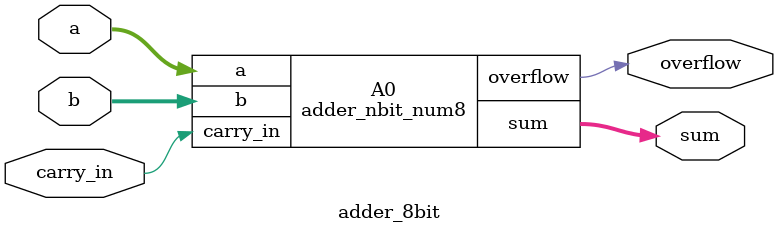
<source format=v>

module adder_1bit_7 ( a, b, carry_in, sum, carry_out );
  input a, b, carry_in;
  output sum, carry_out;
  wire   n1, n2;

  XOR2X1 U1 ( .A(carry_in), .B(n1), .Y(sum) );
  INVX1 U2 ( .A(n2), .Y(carry_out) );
  AOI22X1 U3 ( .A(b), .B(a), .C(n1), .D(carry_in), .Y(n2) );
  XOR2X1 U4 ( .A(a), .B(b), .Y(n1) );
endmodule


module adder_1bit_0 ( a, b, carry_in, sum, carry_out );
  input a, b, carry_in;
  output sum, carry_out;
  wire   n1, n2;

  XOR2X1 U1 ( .A(carry_in), .B(n1), .Y(sum) );
  INVX1 U2 ( .A(n2), .Y(carry_out) );
  AOI22X1 U3 ( .A(b), .B(a), .C(n1), .D(carry_in), .Y(n2) );
  XOR2X1 U4 ( .A(a), .B(b), .Y(n1) );
endmodule


module adder_1bit_1 ( a, b, carry_in, sum, carry_out );
  input a, b, carry_in;
  output sum, carry_out;
  wire   n1, n2;

  XOR2X1 U1 ( .A(carry_in), .B(n1), .Y(sum) );
  INVX1 U2 ( .A(n2), .Y(carry_out) );
  AOI22X1 U3 ( .A(b), .B(a), .C(n1), .D(carry_in), .Y(n2) );
  XOR2X1 U4 ( .A(a), .B(b), .Y(n1) );
endmodule


module adder_1bit_2 ( a, b, carry_in, sum, carry_out );
  input a, b, carry_in;
  output sum, carry_out;
  wire   n1, n2;

  XOR2X1 U1 ( .A(carry_in), .B(n1), .Y(sum) );
  INVX1 U2 ( .A(n2), .Y(carry_out) );
  AOI22X1 U3 ( .A(b), .B(a), .C(n1), .D(carry_in), .Y(n2) );
  XOR2X1 U4 ( .A(a), .B(b), .Y(n1) );
endmodule


module adder_1bit_3 ( a, b, carry_in, sum, carry_out );
  input a, b, carry_in;
  output sum, carry_out;
  wire   n1, n2;

  XOR2X1 U1 ( .A(carry_in), .B(n1), .Y(sum) );
  INVX1 U2 ( .A(n2), .Y(carry_out) );
  AOI22X1 U3 ( .A(b), .B(a), .C(n1), .D(carry_in), .Y(n2) );
  XOR2X1 U4 ( .A(a), .B(b), .Y(n1) );
endmodule


module adder_1bit_4 ( a, b, carry_in, sum, carry_out );
  input a, b, carry_in;
  output sum, carry_out;
  wire   n1, n2;

  XOR2X1 U1 ( .A(carry_in), .B(n1), .Y(sum) );
  INVX1 U2 ( .A(n2), .Y(carry_out) );
  AOI22X1 U3 ( .A(b), .B(a), .C(n1), .D(carry_in), .Y(n2) );
  XOR2X1 U4 ( .A(a), .B(b), .Y(n1) );
endmodule


module adder_1bit_5 ( a, b, carry_in, sum, carry_out );
  input a, b, carry_in;
  output sum, carry_out;
  wire   n1, n2;

  XOR2X1 U1 ( .A(carry_in), .B(n1), .Y(sum) );
  INVX1 U2 ( .A(n2), .Y(carry_out) );
  AOI22X1 U3 ( .A(b), .B(a), .C(n1), .D(carry_in), .Y(n2) );
  XOR2X1 U4 ( .A(a), .B(b), .Y(n1) );
endmodule


module adder_1bit_6 ( a, b, carry_in, sum, carry_out );
  input a, b, carry_in;
  output sum, carry_out;
  wire   n1, n2;

  XOR2X1 U1 ( .A(carry_in), .B(n1), .Y(sum) );
  INVX1 U2 ( .A(n2), .Y(carry_out) );
  AOI22X1 U3 ( .A(b), .B(a), .C(n1), .D(carry_in), .Y(n2) );
  XOR2X1 U4 ( .A(a), .B(b), .Y(n1) );
endmodule


module adder_nbit_num8 ( a, b, carry_in, sum, overflow );
  input [7:0] a;
  input [7:0] b;
  output [7:0] sum;
  input carry_in;
  output overflow;

  wire   [7:1] carrys;

  adder_1bit_7 \genblk1[0].Ii  ( .a(a[0]), .b(b[0]), .carry_in(carry_in), 
        .sum(sum[0]), .carry_out(carrys[1]) );
  adder_1bit_6 \genblk1[1].Ii  ( .a(a[1]), .b(b[1]), .carry_in(carrys[1]), 
        .sum(sum[1]), .carry_out(carrys[2]) );
  adder_1bit_5 \genblk1[2].Ii  ( .a(a[2]), .b(b[2]), .carry_in(carrys[2]), 
        .sum(sum[2]), .carry_out(carrys[3]) );
  adder_1bit_4 \genblk1[3].Ii  ( .a(a[3]), .b(b[3]), .carry_in(carrys[3]), 
        .sum(sum[3]), .carry_out(carrys[4]) );
  adder_1bit_3 \genblk1[4].Ii  ( .a(a[4]), .b(b[4]), .carry_in(carrys[4]), 
        .sum(sum[4]), .carry_out(carrys[5]) );
  adder_1bit_2 \genblk1[5].Ii  ( .a(a[5]), .b(b[5]), .carry_in(carrys[5]), 
        .sum(sum[5]), .carry_out(carrys[6]) );
  adder_1bit_1 \genblk1[6].Ii  ( .a(a[6]), .b(b[6]), .carry_in(carrys[6]), 
        .sum(sum[6]), .carry_out(carrys[7]) );
  adder_1bit_0 \genblk1[7].Ii  ( .a(a[7]), .b(b[7]), .carry_in(carrys[7]), 
        .sum(sum[7]), .carry_out(overflow) );
endmodule


module adder_8bit ( a, b, carry_in, sum, overflow );
  input [7:0] a;
  input [7:0] b;
  output [7:0] sum;
  input carry_in;
  output overflow;


  adder_nbit_num8 A0 ( .a(a), .b(b), .carry_in(carry_in), .sum(sum), 
        .overflow(overflow) );
endmodule


</source>
